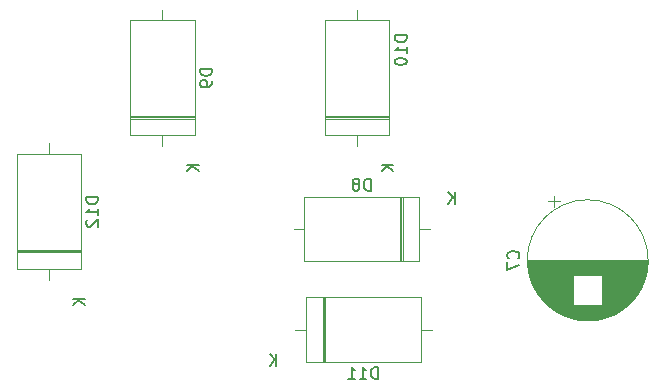
<source format=gbr>
%TF.GenerationSoftware,KiCad,Pcbnew,9.0.2*%
%TF.CreationDate,2025-06-26T14:56:16+08:00*%
%TF.ProjectId,deehli_board,64656568-6c69-45f6-926f-6172642e6b69,rev?*%
%TF.SameCoordinates,Original*%
%TF.FileFunction,Legend,Bot*%
%TF.FilePolarity,Positive*%
%FSLAX46Y46*%
G04 Gerber Fmt 4.6, Leading zero omitted, Abs format (unit mm)*
G04 Created by KiCad (PCBNEW 9.0.2) date 2025-06-26 14:56:16*
%MOMM*%
%LPD*%
G01*
G04 APERTURE LIST*
%ADD10C,0.150000*%
%ADD11C,0.120000*%
G04 APERTURE END LIST*
D10*
X95109580Y-63356678D02*
X95157200Y-63309059D01*
X95157200Y-63309059D02*
X95204819Y-63166202D01*
X95204819Y-63166202D02*
X95204819Y-63070964D01*
X95204819Y-63070964D02*
X95157200Y-62928107D01*
X95157200Y-62928107D02*
X95061961Y-62832869D01*
X95061961Y-62832869D02*
X94966723Y-62785250D01*
X94966723Y-62785250D02*
X94776247Y-62737631D01*
X94776247Y-62737631D02*
X94633390Y-62737631D01*
X94633390Y-62737631D02*
X94442914Y-62785250D01*
X94442914Y-62785250D02*
X94347676Y-62832869D01*
X94347676Y-62832869D02*
X94252438Y-62928107D01*
X94252438Y-62928107D02*
X94204819Y-63070964D01*
X94204819Y-63070964D02*
X94204819Y-63166202D01*
X94204819Y-63166202D02*
X94252438Y-63309059D01*
X94252438Y-63309059D02*
X94300057Y-63356678D01*
X94204819Y-63690012D02*
X94204819Y-64356678D01*
X94204819Y-64356678D02*
X95204819Y-63928107D01*
X69174819Y-47342927D02*
X68174819Y-47342927D01*
X68174819Y-47342927D02*
X68174819Y-47581022D01*
X68174819Y-47581022D02*
X68222438Y-47723879D01*
X68222438Y-47723879D02*
X68317676Y-47819117D01*
X68317676Y-47819117D02*
X68412914Y-47866736D01*
X68412914Y-47866736D02*
X68603390Y-47914355D01*
X68603390Y-47914355D02*
X68746247Y-47914355D01*
X68746247Y-47914355D02*
X68936723Y-47866736D01*
X68936723Y-47866736D02*
X69031961Y-47819117D01*
X69031961Y-47819117D02*
X69127200Y-47723879D01*
X69127200Y-47723879D02*
X69174819Y-47581022D01*
X69174819Y-47581022D02*
X69174819Y-47342927D01*
X69174819Y-48390546D02*
X69174819Y-48581022D01*
X69174819Y-48581022D02*
X69127200Y-48676260D01*
X69127200Y-48676260D02*
X69079580Y-48723879D01*
X69079580Y-48723879D02*
X68936723Y-48819117D01*
X68936723Y-48819117D02*
X68746247Y-48866736D01*
X68746247Y-48866736D02*
X68365295Y-48866736D01*
X68365295Y-48866736D02*
X68270057Y-48819117D01*
X68270057Y-48819117D02*
X68222438Y-48771498D01*
X68222438Y-48771498D02*
X68174819Y-48676260D01*
X68174819Y-48676260D02*
X68174819Y-48485784D01*
X68174819Y-48485784D02*
X68222438Y-48390546D01*
X68222438Y-48390546D02*
X68270057Y-48342927D01*
X68270057Y-48342927D02*
X68365295Y-48295308D01*
X68365295Y-48295308D02*
X68603390Y-48295308D01*
X68603390Y-48295308D02*
X68698628Y-48342927D01*
X68698628Y-48342927D02*
X68746247Y-48390546D01*
X68746247Y-48390546D02*
X68793866Y-48485784D01*
X68793866Y-48485784D02*
X68793866Y-48676260D01*
X68793866Y-48676260D02*
X68746247Y-48771498D01*
X68746247Y-48771498D02*
X68698628Y-48819117D01*
X68698628Y-48819117D02*
X68603390Y-48866736D01*
X68054819Y-55439117D02*
X67054819Y-55439117D01*
X68054819Y-56010545D02*
X67483390Y-55581974D01*
X67054819Y-56010545D02*
X67626247Y-55439117D01*
X82618094Y-57625841D02*
X82618094Y-56625841D01*
X82618094Y-56625841D02*
X82379999Y-56625841D01*
X82379999Y-56625841D02*
X82237142Y-56673460D01*
X82237142Y-56673460D02*
X82141904Y-56768698D01*
X82141904Y-56768698D02*
X82094285Y-56863936D01*
X82094285Y-56863936D02*
X82046666Y-57054412D01*
X82046666Y-57054412D02*
X82046666Y-57197269D01*
X82046666Y-57197269D02*
X82094285Y-57387745D01*
X82094285Y-57387745D02*
X82141904Y-57482983D01*
X82141904Y-57482983D02*
X82237142Y-57578222D01*
X82237142Y-57578222D02*
X82379999Y-57625841D01*
X82379999Y-57625841D02*
X82618094Y-57625841D01*
X81475237Y-57054412D02*
X81570475Y-57006793D01*
X81570475Y-57006793D02*
X81618094Y-56959174D01*
X81618094Y-56959174D02*
X81665713Y-56863936D01*
X81665713Y-56863936D02*
X81665713Y-56816317D01*
X81665713Y-56816317D02*
X81618094Y-56721079D01*
X81618094Y-56721079D02*
X81570475Y-56673460D01*
X81570475Y-56673460D02*
X81475237Y-56625841D01*
X81475237Y-56625841D02*
X81284761Y-56625841D01*
X81284761Y-56625841D02*
X81189523Y-56673460D01*
X81189523Y-56673460D02*
X81141904Y-56721079D01*
X81141904Y-56721079D02*
X81094285Y-56816317D01*
X81094285Y-56816317D02*
X81094285Y-56863936D01*
X81094285Y-56863936D02*
X81141904Y-56959174D01*
X81141904Y-56959174D02*
X81189523Y-57006793D01*
X81189523Y-57006793D02*
X81284761Y-57054412D01*
X81284761Y-57054412D02*
X81475237Y-57054412D01*
X81475237Y-57054412D02*
X81570475Y-57102031D01*
X81570475Y-57102031D02*
X81618094Y-57149650D01*
X81618094Y-57149650D02*
X81665713Y-57244888D01*
X81665713Y-57244888D02*
X81665713Y-57435364D01*
X81665713Y-57435364D02*
X81618094Y-57530602D01*
X81618094Y-57530602D02*
X81570475Y-57578222D01*
X81570475Y-57578222D02*
X81475237Y-57625841D01*
X81475237Y-57625841D02*
X81284761Y-57625841D01*
X81284761Y-57625841D02*
X81189523Y-57578222D01*
X81189523Y-57578222D02*
X81141904Y-57530602D01*
X81141904Y-57530602D02*
X81094285Y-57435364D01*
X81094285Y-57435364D02*
X81094285Y-57244888D01*
X81094285Y-57244888D02*
X81141904Y-57149650D01*
X81141904Y-57149650D02*
X81189523Y-57102031D01*
X81189523Y-57102031D02*
X81284761Y-57054412D01*
X89761904Y-58745841D02*
X89761904Y-57745841D01*
X89190476Y-58745841D02*
X89619047Y-58174412D01*
X89190476Y-57745841D02*
X89761904Y-58317269D01*
X85674819Y-44494095D02*
X84674819Y-44494095D01*
X84674819Y-44494095D02*
X84674819Y-44732190D01*
X84674819Y-44732190D02*
X84722438Y-44875047D01*
X84722438Y-44875047D02*
X84817676Y-44970285D01*
X84817676Y-44970285D02*
X84912914Y-45017904D01*
X84912914Y-45017904D02*
X85103390Y-45065523D01*
X85103390Y-45065523D02*
X85246247Y-45065523D01*
X85246247Y-45065523D02*
X85436723Y-45017904D01*
X85436723Y-45017904D02*
X85531961Y-44970285D01*
X85531961Y-44970285D02*
X85627200Y-44875047D01*
X85627200Y-44875047D02*
X85674819Y-44732190D01*
X85674819Y-44732190D02*
X85674819Y-44494095D01*
X85674819Y-46017904D02*
X85674819Y-45446476D01*
X85674819Y-45732190D02*
X84674819Y-45732190D01*
X84674819Y-45732190D02*
X84817676Y-45636952D01*
X84817676Y-45636952D02*
X84912914Y-45541714D01*
X84912914Y-45541714D02*
X84960533Y-45446476D01*
X84674819Y-46636952D02*
X84674819Y-46732190D01*
X84674819Y-46732190D02*
X84722438Y-46827428D01*
X84722438Y-46827428D02*
X84770057Y-46875047D01*
X84770057Y-46875047D02*
X84865295Y-46922666D01*
X84865295Y-46922666D02*
X85055771Y-46970285D01*
X85055771Y-46970285D02*
X85293866Y-46970285D01*
X85293866Y-46970285D02*
X85484342Y-46922666D01*
X85484342Y-46922666D02*
X85579580Y-46875047D01*
X85579580Y-46875047D02*
X85627200Y-46827428D01*
X85627200Y-46827428D02*
X85674819Y-46732190D01*
X85674819Y-46732190D02*
X85674819Y-46636952D01*
X85674819Y-46636952D02*
X85627200Y-46541714D01*
X85627200Y-46541714D02*
X85579580Y-46494095D01*
X85579580Y-46494095D02*
X85484342Y-46446476D01*
X85484342Y-46446476D02*
X85293866Y-46398857D01*
X85293866Y-46398857D02*
X85055771Y-46398857D01*
X85055771Y-46398857D02*
X84865295Y-46446476D01*
X84865295Y-46446476D02*
X84770057Y-46494095D01*
X84770057Y-46494095D02*
X84722438Y-46541714D01*
X84722438Y-46541714D02*
X84674819Y-46636952D01*
X84554819Y-55439117D02*
X83554819Y-55439117D01*
X84554819Y-56010545D02*
X83983390Y-55581974D01*
X83554819Y-56010545D02*
X84126247Y-55439117D01*
X83214285Y-73565841D02*
X83214285Y-72565841D01*
X83214285Y-72565841D02*
X82976190Y-72565841D01*
X82976190Y-72565841D02*
X82833333Y-72613460D01*
X82833333Y-72613460D02*
X82738095Y-72708698D01*
X82738095Y-72708698D02*
X82690476Y-72803936D01*
X82690476Y-72803936D02*
X82642857Y-72994412D01*
X82642857Y-72994412D02*
X82642857Y-73137269D01*
X82642857Y-73137269D02*
X82690476Y-73327745D01*
X82690476Y-73327745D02*
X82738095Y-73422983D01*
X82738095Y-73422983D02*
X82833333Y-73518222D01*
X82833333Y-73518222D02*
X82976190Y-73565841D01*
X82976190Y-73565841D02*
X83214285Y-73565841D01*
X81690476Y-73565841D02*
X82261904Y-73565841D01*
X81976190Y-73565841D02*
X81976190Y-72565841D01*
X81976190Y-72565841D02*
X82071428Y-72708698D01*
X82071428Y-72708698D02*
X82166666Y-72803936D01*
X82166666Y-72803936D02*
X82261904Y-72851555D01*
X80738095Y-73565841D02*
X81309523Y-73565841D01*
X81023809Y-73565841D02*
X81023809Y-72565841D01*
X81023809Y-72565841D02*
X81119047Y-72708698D01*
X81119047Y-72708698D02*
X81214285Y-72803936D01*
X81214285Y-72803936D02*
X81309523Y-72851555D01*
X74641904Y-72445841D02*
X74641904Y-71445841D01*
X74070476Y-72445841D02*
X74499047Y-71874412D01*
X74070476Y-71445841D02*
X74641904Y-72017269D01*
X59539819Y-58201736D02*
X58539819Y-58201736D01*
X58539819Y-58201736D02*
X58539819Y-58439831D01*
X58539819Y-58439831D02*
X58587438Y-58582688D01*
X58587438Y-58582688D02*
X58682676Y-58677926D01*
X58682676Y-58677926D02*
X58777914Y-58725545D01*
X58777914Y-58725545D02*
X58968390Y-58773164D01*
X58968390Y-58773164D02*
X59111247Y-58773164D01*
X59111247Y-58773164D02*
X59301723Y-58725545D01*
X59301723Y-58725545D02*
X59396961Y-58677926D01*
X59396961Y-58677926D02*
X59492200Y-58582688D01*
X59492200Y-58582688D02*
X59539819Y-58439831D01*
X59539819Y-58439831D02*
X59539819Y-58201736D01*
X59539819Y-59725545D02*
X59539819Y-59154117D01*
X59539819Y-59439831D02*
X58539819Y-59439831D01*
X58539819Y-59439831D02*
X58682676Y-59344593D01*
X58682676Y-59344593D02*
X58777914Y-59249355D01*
X58777914Y-59249355D02*
X58825533Y-59154117D01*
X58635057Y-60106498D02*
X58587438Y-60154117D01*
X58587438Y-60154117D02*
X58539819Y-60249355D01*
X58539819Y-60249355D02*
X58539819Y-60487450D01*
X58539819Y-60487450D02*
X58587438Y-60582688D01*
X58587438Y-60582688D02*
X58635057Y-60630307D01*
X58635057Y-60630307D02*
X58730295Y-60677926D01*
X58730295Y-60677926D02*
X58825533Y-60677926D01*
X58825533Y-60677926D02*
X58968390Y-60630307D01*
X58968390Y-60630307D02*
X59539819Y-60058879D01*
X59539819Y-60058879D02*
X59539819Y-60677926D01*
X58419819Y-66774117D02*
X57419819Y-66774117D01*
X58419819Y-67345545D02*
X57848390Y-66916974D01*
X57419819Y-67345545D02*
X57991247Y-66774117D01*
D11*
%TO.C,C7*%
X95920000Y-63523345D02*
X106080000Y-63523345D01*
X95920000Y-63563345D02*
X106080000Y-63563345D01*
X95921000Y-63603345D02*
X106079000Y-63603345D01*
X95921000Y-63643345D02*
X106079000Y-63643345D01*
X95923000Y-63683345D02*
X106077000Y-63683345D01*
X95924000Y-63723345D02*
X106076000Y-63723345D01*
X95926000Y-63763345D02*
X106074000Y-63763345D01*
X95928000Y-63803345D02*
X106072000Y-63803345D01*
X95930000Y-63843345D02*
X106070000Y-63843345D01*
X95933000Y-63883345D02*
X106067000Y-63883345D01*
X95936000Y-63923345D02*
X106064000Y-63923345D01*
X95939000Y-63963345D02*
X106061000Y-63963345D01*
X95943000Y-64003345D02*
X106057000Y-64003345D01*
X95946000Y-64043345D02*
X106054000Y-64043345D01*
X95951000Y-64083345D02*
X106049000Y-64083345D01*
X95955000Y-64123345D02*
X106045000Y-64123345D01*
X95960000Y-64163345D02*
X106040000Y-64163345D01*
X95965000Y-64203345D02*
X106035000Y-64203345D01*
X95971000Y-64243345D02*
X106029000Y-64243345D01*
X95977000Y-64283345D02*
X106023000Y-64283345D01*
X95983000Y-64323345D02*
X106017000Y-64323345D01*
X95989000Y-64363345D02*
X106011000Y-64363345D01*
X95996000Y-64403345D02*
X106004000Y-64403345D01*
X96003000Y-64443345D02*
X105997000Y-64443345D01*
X96011000Y-64483345D02*
X105989000Y-64483345D01*
X96019000Y-64523345D02*
X105981000Y-64523345D01*
X96027000Y-64563345D02*
X105973000Y-64563345D01*
X96035000Y-64603345D02*
X105965000Y-64603345D01*
X96044000Y-64643345D02*
X105956000Y-64643345D01*
X96053000Y-64683345D02*
X105947000Y-64683345D01*
X96063000Y-64723345D02*
X105937000Y-64723345D01*
X96072000Y-64763345D02*
X105928000Y-64763345D01*
X96083000Y-64803345D02*
X99760000Y-64803345D01*
X96093000Y-64843345D02*
X99760000Y-64843345D01*
X96104000Y-64883345D02*
X99760000Y-64883345D01*
X96115000Y-64923345D02*
X99760000Y-64923345D01*
X96127000Y-64963345D02*
X99760000Y-64963345D01*
X96139000Y-65003345D02*
X99760000Y-65003345D01*
X96151000Y-65043345D02*
X99760000Y-65043345D01*
X96163000Y-65083345D02*
X99760000Y-65083345D01*
X96176000Y-65123345D02*
X99760000Y-65123345D01*
X96190000Y-65163345D02*
X99760000Y-65163345D01*
X96203000Y-65203345D02*
X99760000Y-65203345D01*
X96218000Y-65243345D02*
X99760000Y-65243345D01*
X96232000Y-65283345D02*
X99760000Y-65283345D01*
X96247000Y-65323345D02*
X99760000Y-65323345D01*
X96262000Y-65363345D02*
X99760000Y-65363345D01*
X96278000Y-65403345D02*
X99760000Y-65403345D01*
X96294000Y-65443345D02*
X99760000Y-65443345D01*
X96310000Y-65483345D02*
X99760000Y-65483345D01*
X96327000Y-65523345D02*
X99760000Y-65523345D01*
X96344000Y-65563345D02*
X99760000Y-65563345D01*
X96362000Y-65603345D02*
X99760000Y-65603345D01*
X96380000Y-65643345D02*
X99760000Y-65643345D01*
X96398000Y-65683345D02*
X99760000Y-65683345D01*
X96417000Y-65723345D02*
X99760000Y-65723345D01*
X96436000Y-65763345D02*
X99760000Y-65763345D01*
X96456000Y-65803345D02*
X99760000Y-65803345D01*
X96476000Y-65843345D02*
X99760000Y-65843345D01*
X96496000Y-65883345D02*
X99760000Y-65883345D01*
X96517000Y-65923345D02*
X99760000Y-65923345D01*
X96539000Y-65963345D02*
X99760000Y-65963345D01*
X96561000Y-66003345D02*
X99760000Y-66003345D01*
X96583000Y-66043345D02*
X99760000Y-66043345D01*
X96606000Y-66083345D02*
X99760000Y-66083345D01*
X96629000Y-66123345D02*
X99760000Y-66123345D01*
X96653000Y-66163345D02*
X99760000Y-66163345D01*
X96677000Y-66203345D02*
X99760000Y-66203345D01*
X96702000Y-66243345D02*
X99760000Y-66243345D01*
X96728000Y-66283345D02*
X99760000Y-66283345D01*
X96753000Y-66323345D02*
X99760000Y-66323345D01*
X96780000Y-66363345D02*
X99760000Y-66363345D01*
X96807000Y-66403345D02*
X99760000Y-66403345D01*
X96834000Y-66443345D02*
X99760000Y-66443345D01*
X96862000Y-66483345D02*
X99760000Y-66483345D01*
X96891000Y-66523345D02*
X99760000Y-66523345D01*
X96920000Y-66563345D02*
X99760000Y-66563345D01*
X96950000Y-66603345D02*
X99760000Y-66603345D01*
X96980000Y-66643345D02*
X99760000Y-66643345D01*
X97012000Y-66683345D02*
X99760000Y-66683345D01*
X97043000Y-66723345D02*
X99760000Y-66723345D01*
X97076000Y-66763345D02*
X99760000Y-66763345D01*
X97109000Y-66803345D02*
X99760000Y-66803345D01*
X97142000Y-66843345D02*
X99760000Y-66843345D01*
X97177000Y-66883345D02*
X99760000Y-66883345D01*
X97212000Y-66923345D02*
X99760000Y-66923345D01*
X97248000Y-66963345D02*
X99760000Y-66963345D01*
X97284000Y-67003345D02*
X99760000Y-67003345D01*
X97322000Y-67043345D02*
X99760000Y-67043345D01*
X97360000Y-67083345D02*
X99760000Y-67083345D01*
X97399000Y-67123345D02*
X99760000Y-67123345D01*
X97439000Y-67163345D02*
X99760000Y-67163345D01*
X97480000Y-67203345D02*
X99760000Y-67203345D01*
X97522000Y-67243345D02*
X99760000Y-67243345D01*
X97565000Y-67283345D02*
X104435000Y-67283345D01*
X97609000Y-67323345D02*
X104391000Y-67323345D01*
X97625000Y-58543699D02*
X98625000Y-58543699D01*
X97653000Y-67363345D02*
X104347000Y-67363345D01*
X97699000Y-67403345D02*
X104301000Y-67403345D01*
X97746000Y-67443345D02*
X104254000Y-67443345D01*
X97795000Y-67483345D02*
X104205000Y-67483345D01*
X97844000Y-67523345D02*
X104156000Y-67523345D01*
X97895000Y-67563345D02*
X104105000Y-67563345D01*
X97947000Y-67603345D02*
X104053000Y-67603345D01*
X98000000Y-67643345D02*
X104000000Y-67643345D01*
X98055000Y-67683345D02*
X103945000Y-67683345D01*
X98112000Y-67723345D02*
X103888000Y-67723345D01*
X98125000Y-58043699D02*
X98125000Y-59043699D01*
X98170000Y-67763345D02*
X103830000Y-67763345D01*
X98230000Y-67803345D02*
X103770000Y-67803345D01*
X98292000Y-67843345D02*
X103708000Y-67843345D01*
X98356000Y-67883345D02*
X103644000Y-67883345D01*
X98422000Y-67923345D02*
X103578000Y-67923345D01*
X98490000Y-67963345D02*
X103510000Y-67963345D01*
X98561000Y-68003345D02*
X103439000Y-68003345D01*
X98635000Y-68043345D02*
X103365000Y-68043345D01*
X98712000Y-68083345D02*
X103288000Y-68083345D01*
X98792000Y-68123345D02*
X103208000Y-68123345D01*
X98876000Y-68163345D02*
X103124000Y-68163345D01*
X98963000Y-68203345D02*
X103037000Y-68203345D01*
X99056000Y-68243345D02*
X102944000Y-68243345D01*
X99154000Y-68283345D02*
X102846000Y-68283345D01*
X99258000Y-68323345D02*
X102742000Y-68323345D01*
X99370000Y-68363345D02*
X102630000Y-68363345D01*
X99491000Y-68403345D02*
X102509000Y-68403345D01*
X99623000Y-68443345D02*
X102377000Y-68443345D01*
X99770000Y-68483345D02*
X102230000Y-68483345D01*
X99938000Y-68523345D02*
X102062000Y-68523345D01*
X100138000Y-68563345D02*
X101862000Y-68563345D01*
X100401000Y-68603345D02*
X101599000Y-68603345D01*
X102240000Y-64803345D02*
X105917000Y-64803345D01*
X102240000Y-64843345D02*
X105907000Y-64843345D01*
X102240000Y-64883345D02*
X105896000Y-64883345D01*
X102240000Y-64923345D02*
X105885000Y-64923345D01*
X102240000Y-64963345D02*
X105873000Y-64963345D01*
X102240000Y-65003345D02*
X105861000Y-65003345D01*
X102240000Y-65043345D02*
X105849000Y-65043345D01*
X102240000Y-65083345D02*
X105837000Y-65083345D01*
X102240000Y-65123345D02*
X105824000Y-65123345D01*
X102240000Y-65163345D02*
X105810000Y-65163345D01*
X102240000Y-65203345D02*
X105797000Y-65203345D01*
X102240000Y-65243345D02*
X105782000Y-65243345D01*
X102240000Y-65283345D02*
X105768000Y-65283345D01*
X102240000Y-65323345D02*
X105753000Y-65323345D01*
X102240000Y-65363345D02*
X105738000Y-65363345D01*
X102240000Y-65403345D02*
X105722000Y-65403345D01*
X102240000Y-65443345D02*
X105706000Y-65443345D01*
X102240000Y-65483345D02*
X105690000Y-65483345D01*
X102240000Y-65523345D02*
X105673000Y-65523345D01*
X102240000Y-65563345D02*
X105656000Y-65563345D01*
X102240000Y-65603345D02*
X105638000Y-65603345D01*
X102240000Y-65643345D02*
X105620000Y-65643345D01*
X102240000Y-65683345D02*
X105602000Y-65683345D01*
X102240000Y-65723345D02*
X105583000Y-65723345D01*
X102240000Y-65763345D02*
X105564000Y-65763345D01*
X102240000Y-65803345D02*
X105544000Y-65803345D01*
X102240000Y-65843345D02*
X105524000Y-65843345D01*
X102240000Y-65883345D02*
X105504000Y-65883345D01*
X102240000Y-65923345D02*
X105483000Y-65923345D01*
X102240000Y-65963345D02*
X105461000Y-65963345D01*
X102240000Y-66003345D02*
X105439000Y-66003345D01*
X102240000Y-66043345D02*
X105417000Y-66043345D01*
X102240000Y-66083345D02*
X105394000Y-66083345D01*
X102240000Y-66123345D02*
X105371000Y-66123345D01*
X102240000Y-66163345D02*
X105347000Y-66163345D01*
X102240000Y-66203345D02*
X105323000Y-66203345D01*
X102240000Y-66243345D02*
X105298000Y-66243345D01*
X102240000Y-66283345D02*
X105272000Y-66283345D01*
X102240000Y-66323345D02*
X105247000Y-66323345D01*
X102240000Y-66363345D02*
X105220000Y-66363345D01*
X102240000Y-66403345D02*
X105193000Y-66403345D01*
X102240000Y-66443345D02*
X105166000Y-66443345D01*
X102240000Y-66483345D02*
X105138000Y-66483345D01*
X102240000Y-66523345D02*
X105109000Y-66523345D01*
X102240000Y-66563345D02*
X105080000Y-66563345D01*
X102240000Y-66603345D02*
X105050000Y-66603345D01*
X102240000Y-66643345D02*
X105020000Y-66643345D01*
X102240000Y-66683345D02*
X104988000Y-66683345D01*
X102240000Y-66723345D02*
X104957000Y-66723345D01*
X102240000Y-66763345D02*
X104924000Y-66763345D01*
X102240000Y-66803345D02*
X104891000Y-66803345D01*
X102240000Y-66843345D02*
X104858000Y-66843345D01*
X102240000Y-66883345D02*
X104823000Y-66883345D01*
X102240000Y-66923345D02*
X104788000Y-66923345D01*
X102240000Y-66963345D02*
X104752000Y-66963345D01*
X102240000Y-67003345D02*
X104716000Y-67003345D01*
X102240000Y-67043345D02*
X104678000Y-67043345D01*
X102240000Y-67083345D02*
X104640000Y-67083345D01*
X102240000Y-67123345D02*
X104601000Y-67123345D01*
X102240000Y-67163345D02*
X104561000Y-67163345D01*
X102240000Y-67203345D02*
X104520000Y-67203345D01*
X102240000Y-67243345D02*
X104478000Y-67243345D01*
X106120000Y-63523345D02*
G75*
G02*
X95880000Y-63523345I-5120000J0D01*
G01*
X95880000Y-63523345D02*
G75*
G02*
X106120000Y-63523345I5120000J0D01*
G01*
%TO.C,D9*%
X65000000Y-42301022D02*
X65000000Y-43211022D01*
X65000000Y-53861022D02*
X65000000Y-52951022D01*
X67720000Y-51286022D02*
X62280000Y-51286022D01*
X67720000Y-51406022D02*
X62280000Y-51406022D01*
X67720000Y-51526022D02*
X62280000Y-51526022D01*
X67720000Y-52951022D02*
X62280000Y-52951022D01*
X62280000Y-43211022D01*
X67720000Y-43211022D01*
X67720000Y-52951022D01*
%TO.C,D8*%
X76100000Y-60891022D02*
X77010000Y-60891022D01*
X85085000Y-58171022D02*
X85085000Y-63611022D01*
X85205000Y-58171022D02*
X85205000Y-63611022D01*
X85325000Y-58171022D02*
X85325000Y-63611022D01*
X87660000Y-60891022D02*
X86750000Y-60891022D01*
X86750000Y-58171022D02*
X77010000Y-58171022D01*
X77010000Y-63611022D01*
X86750000Y-63611022D01*
X86750000Y-58171022D01*
%TO.C,D10*%
X81500000Y-42301022D02*
X81500000Y-43211022D01*
X81500000Y-53861022D02*
X81500000Y-52951022D01*
X84220000Y-51286022D02*
X78780000Y-51286022D01*
X84220000Y-51406022D02*
X78780000Y-51406022D01*
X84220000Y-51526022D02*
X78780000Y-51526022D01*
X84220000Y-52951022D02*
X78780000Y-52951022D01*
X78780000Y-43211022D01*
X84220000Y-43211022D01*
X84220000Y-52951022D01*
%TO.C,D11*%
X76220000Y-69391022D02*
X77130000Y-69391022D01*
X78555000Y-72111022D02*
X78555000Y-66671022D01*
X78675000Y-72111022D02*
X78675000Y-66671022D01*
X78795000Y-72111022D02*
X78795000Y-66671022D01*
X87780000Y-69391022D02*
X86870000Y-69391022D01*
X77130000Y-72111022D02*
X86870000Y-72111022D01*
X86870000Y-66671022D01*
X77130000Y-66671022D01*
X77130000Y-72111022D01*
%TO.C,D12*%
X55365000Y-53636022D02*
X55365000Y-54546022D01*
X55365000Y-65196022D02*
X55365000Y-64286022D01*
X58085000Y-62621022D02*
X52645000Y-62621022D01*
X58085000Y-62741022D02*
X52645000Y-62741022D01*
X58085000Y-62861022D02*
X52645000Y-62861022D01*
X58085000Y-64286022D02*
X52645000Y-64286022D01*
X52645000Y-54546022D01*
X58085000Y-54546022D01*
X58085000Y-64286022D01*
%TD*%
M02*

</source>
